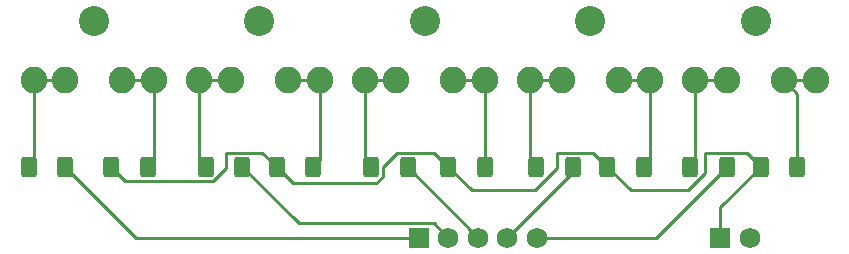
<source format=gbr>
%TF.GenerationSoftware,KiCad,Pcbnew,7.0.1-1.fc37*%
%TF.CreationDate,2023-03-22T20:46:38-05:00*%
%TF.ProjectId,midi_tx_board,6d696469-5f74-4785-9f62-6f6172642e6b,rev?*%
%TF.SameCoordinates,Original*%
%TF.FileFunction,Copper,L1,Top*%
%TF.FilePolarity,Positive*%
%FSLAX46Y46*%
G04 Gerber Fmt 4.6, Leading zero omitted, Abs format (unit mm)*
G04 Created by KiCad (PCBNEW 7.0.1-1.fc37) date 2023-03-22 20:46:38*
%MOMM*%
%LPD*%
G01*
G04 APERTURE LIST*
G04 Aperture macros list*
%AMRoundRect*
0 Rectangle with rounded corners*
0 $1 Rounding radius*
0 $2 $3 $4 $5 $6 $7 $8 $9 X,Y pos of 4 corners*
0 Add a 4 corners polygon primitive as box body*
4,1,4,$2,$3,$4,$5,$6,$7,$8,$9,$2,$3,0*
0 Add four circle primitives for the rounded corners*
1,1,$1+$1,$2,$3*
1,1,$1+$1,$4,$5*
1,1,$1+$1,$6,$7*
1,1,$1+$1,$8,$9*
0 Add four rect primitives between the rounded corners*
20,1,$1+$1,$2,$3,$4,$5,0*
20,1,$1+$1,$4,$5,$6,$7,0*
20,1,$1+$1,$6,$7,$8,$9,0*
20,1,$1+$1,$8,$9,$2,$3,0*%
G04 Aperture macros list end*
%TA.AperFunction,ComponentPad*%
%ADD10C,2.250000*%
%TD*%
%TA.AperFunction,ComponentPad*%
%ADD11C,2.540000*%
%TD*%
%TA.AperFunction,SMDPad,CuDef*%
%ADD12RoundRect,0.250000X0.400000X0.625000X-0.400000X0.625000X-0.400000X-0.625000X0.400000X-0.625000X0*%
%TD*%
%TA.AperFunction,ComponentPad*%
%ADD13R,1.750000X1.750000*%
%TD*%
%TA.AperFunction,ComponentPad*%
%ADD14C,1.750000*%
%TD*%
%TA.AperFunction,Conductor*%
%ADD15C,0.250000*%
%TD*%
G04 APERTURE END LIST*
D10*
%TO.P,TX5,5,5*%
%TO.N,Net-(R10-Pad2)*%
X184900000Y-30678000D03*
%TO.P,TX5,4,4*%
X187600000Y-30678000D03*
%TO.P,TX5,3,3*%
%TO.N,Net-(R9-Pad1)*%
X192400000Y-30678000D03*
%TO.P,TX5,2,2*%
X195100000Y-30678000D03*
D11*
%TO.P,TX5,1,1*%
%TO.N,GND*%
X190000000Y-25678000D03*
%TD*%
%TO.P,TX4,1,1*%
%TO.N,GND*%
X176000000Y-25656177D03*
D10*
%TO.P,TX4,2,2*%
%TO.N,Net-(R7-Pad1)*%
X181100000Y-30656177D03*
%TO.P,TX4,3,3*%
X178400000Y-30656177D03*
%TO.P,TX4,4,4*%
%TO.N,Net-(R8-Pad2)*%
X173600000Y-30656177D03*
%TO.P,TX4,5,5*%
X170900000Y-30656177D03*
%TD*%
D11*
%TO.P,TX3,1,1*%
%TO.N,GND*%
X162000000Y-25656177D03*
D10*
%TO.P,TX3,2,2*%
%TO.N,Net-(R5-Pad1)*%
X167100000Y-30656177D03*
%TO.P,TX3,3,3*%
X164400000Y-30656177D03*
%TO.P,TX3,4,4*%
%TO.N,Net-(R6-Pad2)*%
X159600000Y-30656177D03*
%TO.P,TX3,5,5*%
X156900000Y-30656177D03*
%TD*%
%TO.P,TX2,5,5*%
%TO.N,Net-(R4-Pad2)*%
X142900000Y-30656177D03*
%TO.P,TX2,4,4*%
X145600000Y-30656177D03*
%TO.P,TX2,3,3*%
%TO.N,Net-(R3-Pad1)*%
X150400000Y-30656177D03*
%TO.P,TX2,2,2*%
X153100000Y-30656177D03*
D11*
%TO.P,TX2,1,1*%
%TO.N,GND*%
X148000000Y-25656177D03*
%TD*%
%TO.P,TX1,1,1*%
%TO.N,GND*%
X133970261Y-25667645D03*
D10*
%TO.P,TX1,2,2*%
%TO.N,Net-(R1-Pad1)*%
X139070261Y-30667645D03*
%TO.P,TX1,3,3*%
X136370261Y-30667645D03*
%TO.P,TX1,4,4*%
%TO.N,Net-(R2-Pad2)*%
X131570261Y-30667645D03*
%TO.P,TX1,5,5*%
X128870261Y-30667645D03*
%TD*%
D12*
%TO.P,R10,1*%
%TO.N,/TX5/TX*%
X187550000Y-38000000D03*
%TO.P,R10,2*%
%TO.N,Net-(R10-Pad2)*%
X184450000Y-38000000D03*
%TD*%
%TO.P,R9,2*%
%TO.N,+3V3*%
X190450000Y-38000000D03*
%TO.P,R9,1*%
%TO.N,Net-(R9-Pad1)*%
X193550000Y-38000000D03*
%TD*%
%TO.P,R8,1*%
%TO.N,/TX4/TX*%
X174550000Y-38000000D03*
%TO.P,R8,2*%
%TO.N,Net-(R8-Pad2)*%
X171450000Y-38000000D03*
%TD*%
%TO.P,R7,1*%
%TO.N,Net-(R7-Pad1)*%
X180550000Y-38000000D03*
%TO.P,R7,2*%
%TO.N,+3V3*%
X177450000Y-38000000D03*
%TD*%
%TO.P,R6,1*%
%TO.N,/TX3/TX*%
X160550000Y-38000000D03*
%TO.P,R6,2*%
%TO.N,Net-(R6-Pad2)*%
X157450000Y-38000000D03*
%TD*%
%TO.P,R5,1*%
%TO.N,Net-(R5-Pad1)*%
X167100000Y-38000000D03*
%TO.P,R5,2*%
%TO.N,+3V3*%
X164000000Y-38000000D03*
%TD*%
%TO.P,R4,2*%
%TO.N,Net-(R4-Pad2)*%
X143450000Y-38000000D03*
%TO.P,R4,1*%
%TO.N,/TX2/TX*%
X146550000Y-38000000D03*
%TD*%
%TO.P,R3,2*%
%TO.N,+3V3*%
X149450000Y-38000000D03*
%TO.P,R3,1*%
%TO.N,Net-(R3-Pad1)*%
X152550000Y-38000000D03*
%TD*%
%TO.P,R2,1*%
%TO.N,/TX1/TX*%
X131550000Y-38000000D03*
%TO.P,R2,2*%
%TO.N,Net-(R2-Pad2)*%
X128450000Y-38000000D03*
%TD*%
%TO.P,R1,1*%
%TO.N,Net-(R1-Pad1)*%
X138550000Y-38000000D03*
%TO.P,R1,2*%
%TO.N,+3V3*%
X135450000Y-38000000D03*
%TD*%
D13*
%TO.P,J2,1,Pin_1*%
%TO.N,+3V3*%
X187000000Y-44000000D03*
D14*
%TO.P,J2,2,Pin_2*%
%TO.N,GND*%
X189500000Y-44000000D03*
%TD*%
D13*
%TO.P,J1,1,Pin_1*%
%TO.N,/TX1/TX*%
X161500000Y-44000000D03*
D14*
%TO.P,J1,2,Pin_2*%
%TO.N,/TX2/TX*%
X164000000Y-44000000D03*
%TO.P,J1,3,Pin_3*%
%TO.N,/TX3/TX*%
X166500000Y-44000000D03*
%TO.P,J1,4,Pin_4*%
%TO.N,/TX4/TX*%
X169000000Y-44000000D03*
%TO.P,J1,5,Pin_5*%
%TO.N,/TX5/TX*%
X171500000Y-44000000D03*
%TD*%
D15*
%TO.N,+3V3*%
X149450000Y-38000000D02*
X148250000Y-36800000D01*
X148250000Y-36800000D02*
X145200000Y-36800000D01*
X145200000Y-36800000D02*
X145200000Y-38088173D01*
X144088173Y-39200000D02*
X136650000Y-39200000D01*
X145200000Y-38088173D02*
X144088173Y-39200000D01*
X136650000Y-39200000D02*
X135450000Y-38000000D01*
X164000000Y-38000000D02*
X162800000Y-36800000D01*
X162800000Y-36800000D02*
X159625000Y-36800000D01*
X158425000Y-38000000D02*
X158425000Y-38863173D01*
X159625000Y-36800000D02*
X158425000Y-38000000D01*
X158425000Y-38863173D02*
X157881371Y-39406802D01*
X157881371Y-39406802D02*
X150856802Y-39406802D01*
X150856802Y-39406802D02*
X149450000Y-38000000D01*
X177450000Y-38000000D02*
X176250000Y-36800000D01*
X176250000Y-36800000D02*
X173200000Y-36800000D01*
X173200000Y-36800000D02*
X173200000Y-38088173D01*
X173200000Y-38088173D02*
X171288173Y-40000000D01*
X171288173Y-40000000D02*
X166000000Y-40000000D01*
X166000000Y-40000000D02*
X164000000Y-38000000D01*
X190450000Y-38000000D02*
X189250000Y-36800000D01*
X189250000Y-36800000D02*
X185761827Y-36800000D01*
X185761827Y-36800000D02*
X185761827Y-38526346D01*
X185761827Y-38526346D02*
X184288173Y-40000000D01*
X184288173Y-40000000D02*
X179450000Y-40000000D01*
X179450000Y-40000000D02*
X177450000Y-38000000D01*
X190450000Y-38000000D02*
X187000000Y-41450000D01*
X187000000Y-41450000D02*
X187000000Y-44000000D01*
%TO.N,Net-(R9-Pad1)*%
X192400000Y-30678000D02*
X193550000Y-31828000D01*
X193550000Y-31828000D02*
X193550000Y-38000000D01*
X195100000Y-30678000D02*
X192400000Y-30678000D01*
%TO.N,/TX5/TX*%
X171500000Y-44000000D02*
X181550000Y-44000000D01*
X181550000Y-44000000D02*
X187550000Y-38000000D01*
%TO.N,Net-(R10-Pad2)*%
X184900000Y-30678000D02*
X184900000Y-37550000D01*
X184900000Y-37550000D02*
X184450000Y-38000000D01*
X187600000Y-30678000D02*
X184900000Y-30678000D01*
%TO.N,Net-(R7-Pad1)*%
X181100000Y-30656177D02*
X181100000Y-37450000D01*
X181100000Y-37450000D02*
X180550000Y-38000000D01*
X178400000Y-30656177D02*
X181100000Y-30656177D01*
%TO.N,/TX4/TX*%
X174550000Y-38000000D02*
X174550000Y-38450000D01*
X174550000Y-38450000D02*
X169000000Y-44000000D01*
%TO.N,Net-(R8-Pad2)*%
X170900000Y-30656177D02*
X170900000Y-37450000D01*
X170900000Y-37450000D02*
X171450000Y-38000000D01*
X173600000Y-30656177D02*
X170900000Y-30656177D01*
%TO.N,Net-(R5-Pad1)*%
X167100000Y-30656177D02*
X167100000Y-38000000D01*
X164400000Y-30656177D02*
X167100000Y-30656177D01*
%TO.N,/TX3/TX*%
X160550000Y-38000000D02*
X160550000Y-38050000D01*
X160550000Y-38050000D02*
X166500000Y-44000000D01*
%TO.N,Net-(R6-Pad2)*%
X156900000Y-30656177D02*
X156900000Y-37450000D01*
X156900000Y-37450000D02*
X157450000Y-38000000D01*
X159600000Y-30656177D02*
X156900000Y-30656177D01*
%TO.N,Net-(R3-Pad1)*%
X153100000Y-30656177D02*
X153100000Y-37450000D01*
X153100000Y-37450000D02*
X152550000Y-38000000D01*
X150400000Y-30656177D02*
X153100000Y-30656177D01*
%TO.N,/TX2/TX*%
X146550000Y-38000000D02*
X151350000Y-42800000D01*
X151350000Y-42800000D02*
X162800000Y-42800000D01*
X162800000Y-42800000D02*
X164000000Y-44000000D01*
%TO.N,Net-(R4-Pad2)*%
X142900000Y-30656177D02*
X142900000Y-37450000D01*
X142900000Y-37450000D02*
X143450000Y-38000000D01*
X145600000Y-30656177D02*
X142900000Y-30656177D01*
%TO.N,Net-(R1-Pad1)*%
X139070261Y-30667645D02*
X139070261Y-37479739D01*
X139070261Y-37479739D02*
X138550000Y-38000000D01*
X136370261Y-30667645D02*
X139070261Y-30667645D01*
%TO.N,/TX1/TX*%
X131550000Y-38000000D02*
X137550000Y-44000000D01*
X137550000Y-44000000D02*
X161500000Y-44000000D01*
%TO.N,Net-(R2-Pad2)*%
X128870261Y-30667645D02*
X128870261Y-37579739D01*
X128870261Y-37579739D02*
X128450000Y-38000000D01*
X131570261Y-30667645D02*
X128870261Y-30667645D01*
%TD*%
M02*

</source>
